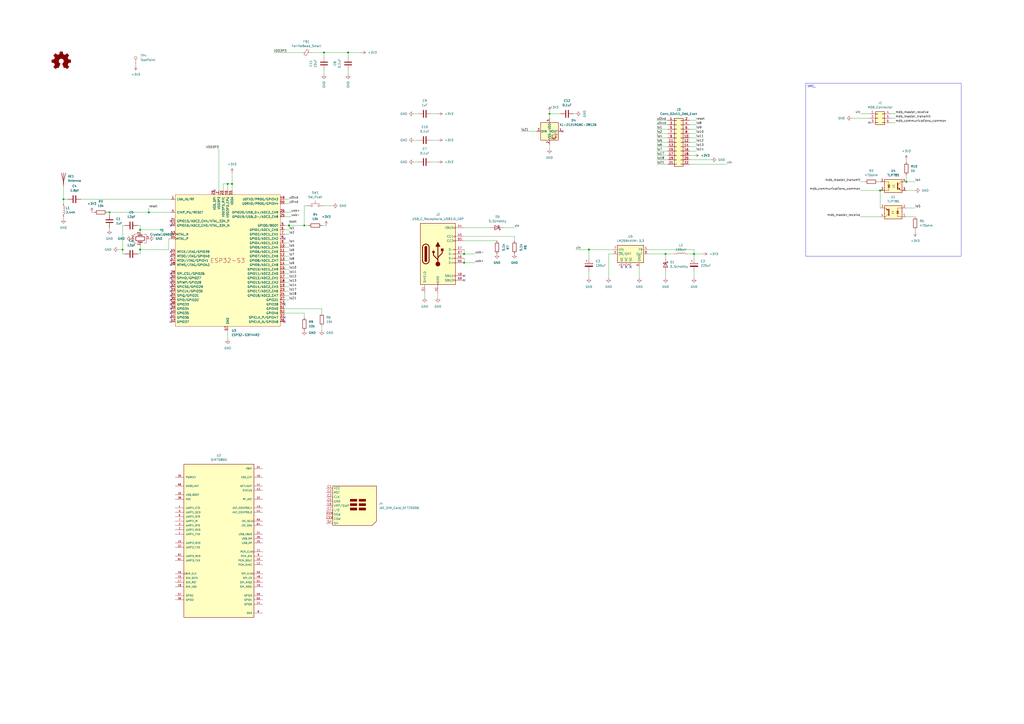
<source format=kicad_sch>
(kicad_sch (version 20250114) (generator "eeschema") (generator_version "9.0")
  (paper "A2")
  (text_box "VMC_" (at 467.36 48.26 0) (size 90.17 100.33) (margins 0.9525 0.9525 0.9525 0.9525) (effects (font (size 1.27 1.27)) (justify left top)))
  (junction (at 167.64 130.81))
  (junction (at 176.53 130.81))
  (junction (at 386.08 147.32))
  (junction (at 86.36 123.19))
  (junction (at 269.24 152.4))
  (junction (at 81.28 144.78))
  (junction (at 81.28 133.35))
  (junction (at 134.62 106.68))
  (junction (at 510.54 110.49))
  (junction (at 71.12 144.78))
  (junction (at 341.63 144.78))
  (junction (at 269.24 147.32))
  (junction (at 201.93 30.48))
  (junction (at 63.5 123.19))
  (junction (at 36.83 115.57))
  (junction (at 187.96 30.48))
  (junction (at 402.59 147.32))
  (junction (at 132.08 106.68))
  (junction (at 318.77 66.04))
  (junction (at 525.78 105.41))
  (no_connect (at 269.24 160.02))
  (no_connect (at 99.06 176.53))
  (no_connect (at 504.19 71.12))
  (no_connect (at 269.24 162.56))
  (no_connect (at 99.06 158.75))
  (no_connect (at 99.06 179.07))
  (no_connect (at 365.76 154.94))
  (no_connect (at 99.06 151.13))
  (no_connect (at 99.06 166.37))
  (no_connect (at 99.06 130.81))
  (no_connect (at 326.39 76.2))
  (no_connect (at 99.06 186.69))
  (no_connect (at 99.06 163.83))
  (no_connect (at 99.06 171.45))
  (no_connect (at 124.46 110.49))
  (no_connect (at 99.06 148.59))
  (no_connect (at 99.06 153.67))
  (no_connect (at 99.06 128.27))
  (no_connect (at 99.06 184.15))
  (no_connect (at 99.06 173.99))
  (no_connect (at 165.1 176.53))
  (no_connect (at 360.68 154.94))
  (no_connect (at 165.1 186.69))
  (no_connect (at 99.06 168.91))
  (no_connect (at 363.22 154.94))
  (no_connect (at 165.1 138.43))
  (no_connect (at 99.06 181.61))
  (no_connect (at 99.06 161.29))
  (no_connect (at 99.06 146.05))
  (no_connect (at 165.1 184.15))
  (wire (pts (xy 177.8 119.38) (xy 176.53 119.38)))
  (wire (pts (xy 499.11 110.49) (xy 510.54 110.49)))
  (wire (pts (xy 400.05 90.17) (xy 402.59 90.17)))
  (wire (pts (xy 318.77 64.77) (xy 318.77 66.04)))
  (wire (pts (xy 165.1 179.07) (xy 186.69 179.07)))
  (wire (pts (xy 499.11 105.41) (xy 501.65 105.41)))
  (wire (pts (xy 254 66.04) (xy 250.19 66.04)))
  (wire (pts (xy 254 172.72) (xy 254 170.18)))
  (wire (pts (xy 525.78 110.49) (xy 530.86 110.49)))
  (wire (pts (xy 516.89 71.12) (xy 519.43 71.12)))
  (wire (pts (xy 402.59 149.86) (xy 402.59 147.32)))
  (wire (pts (xy 353.06 147.32) (xy 355.6 147.32)))
  (wire (pts (xy 99.06 135.89) (xy 93.98 135.89)))
  (wire (pts (xy 71.12 147.32) (xy 72.39 147.32)))
  (wire (pts (xy 334.01 66.04) (xy 332.74 66.04)))
  (wire (pts (xy 325.12 66.04) (xy 318.77 66.04)))
  (wire (pts (xy 403.86 77.47) (xy 400.05 77.47)))
  (wire (pts (xy 381 95.25) (xy 387.35 95.25)))
  (wire (pts (xy 269.24 137.16) (xy 298.45 137.16)))
  (wire (pts (xy 402.59 161.29) (xy 402.59 157.48)))
  (wire (pts (xy 530.86 133.35) (xy 530.86 134.62)))
  (wire (pts (xy 36.83 115.57) (xy 39.37 115.57)))
  (wire (pts (xy 341.63 144.78) (xy 355.6 144.78)))
  (wire (pts (xy 165.1 146.05) (xy 167.64 146.05)))
  (wire (pts (xy 80.01 147.32) (xy 81.28 147.32)))
  (wire (pts (xy 403.86 85.09) (xy 400.05 85.09)))
  (wire (pts (xy 165.1 173.99) (xy 167.64 173.99)))
  (wire (pts (xy 318.77 86.36) (xy 318.77 83.82)))
  (wire (pts (xy 63.5 124.46) (xy 63.5 123.19)))
  (wire (pts (xy 302.26 76.2) (xy 311.15 76.2)))
  (wire (pts (xy 80.01 130.81) (xy 81.28 130.81)))
  (wire (pts (xy 201.93 30.48) (xy 201.93 33.02)))
  (wire (pts (xy 403.86 72.39) (xy 400.05 72.39)))
  (wire (pts (xy 158.75 30.48) (xy 175.26 30.48)))
  (wire (pts (xy 86.36 123.19) (xy 99.06 123.19)))
  (wire (pts (xy 165.1 123.19) (xy 168.91 123.19)))
  (wire (pts (xy 334.01 144.78) (xy 341.63 144.78)))
  (wire (pts (xy 97.79 144.78) (xy 97.79 138.43)))
  (wire (pts (xy 127 86.36) (xy 127 110.49)))
  (wire (pts (xy 62.23 123.19) (xy 63.5 123.19)))
  (wire (pts (xy 165.1 163.83) (xy 167.64 163.83)))
  (wire (pts (xy 165.1 135.89) (xy 167.64 135.89)))
  (wire (pts (xy 381 87.63) (xy 387.35 87.63)))
  (wire (pts (xy 165.1 130.81) (xy 167.64 130.81)))
  (wire (pts (xy 167.64 129.54) (xy 167.64 130.81)))
  (wire (pts (xy 71.12 144.78) (xy 71.12 147.32)))
  (wire (pts (xy 165.1 181.61) (xy 176.53 181.61)))
  (wire (pts (xy 402.59 147.32) (xy 398.78 147.32)))
  (wire (pts (xy 391.16 147.32) (xy 386.08 147.32)))
  (wire (pts (xy 81.28 147.32) (xy 81.28 144.78)))
  (wire (pts (xy 176.53 119.38) (xy 176.53 130.81)))
  (wire (pts (xy 187.96 43.18) (xy 187.96 40.64)))
  (wire (pts (xy 412.75 92.71) (xy 400.05 92.71)))
  (wire (pts (xy 201.93 30.48) (xy 187.96 30.48)))
  (wire (pts (xy 63.5 123.19) (xy 86.36 123.19)))
  (wire (pts (xy 318.77 66.04) (xy 318.77 68.58)))
  (wire (pts (xy 403.86 80.01) (xy 400.05 80.01)))
  (wire (pts (xy 36.83 115.57) (xy 36.83 118.11)))
  (wire (pts (xy 246.38 170.18) (xy 246.38 172.72)))
  (wire (pts (xy 403.86 87.63) (xy 400.05 87.63)))
  (wire (pts (xy 132.08 191.77) (xy 132.08 196.85)))
  (wire (pts (xy 381 80.01) (xy 387.35 80.01)))
  (wire (pts (xy 165.1 166.37) (xy 167.64 166.37)))
  (wire (pts (xy 132.08 110.49) (xy 132.08 106.68)))
  (wire (pts (xy 176.53 184.15) (xy 176.53 181.61)))
  (wire (pts (xy 240.03 81.28) (xy 242.57 81.28)))
  (wire (pts (xy 165.1 153.67) (xy 167.64 153.67)))
  (wire (pts (xy 254 81.28) (xy 250.19 81.28)))
  (wire (pts (xy 187.96 30.48) (xy 187.96 33.02)))
  (wire (pts (xy 93.98 135.89) (xy 93.98 133.35)))
  (wire (pts (xy 341.63 149.86) (xy 341.63 144.78)))
  (wire (pts (xy 341.63 161.29) (xy 341.63 157.48)))
  (wire (pts (xy 381 90.17) (xy 387.35 90.17)))
  (wire (pts (xy 36.83 125.73) (xy 36.83 127)))
  (wire (pts (xy 54.61 123.19) (xy 53.34 123.19)))
  (wire (pts (xy 36.83 107.95) (xy 36.83 115.57)))
  (wire (pts (xy 81.28 133.35) (xy 93.98 133.35)))
  (wire (pts (xy 525.78 105.41) (xy 530.86 105.41)))
  (wire (pts (xy 129.54 110.49) (xy 129.54 106.68)))
  (wire (pts (xy 165.1 140.97) (xy 167.64 140.97)))
  (wire (pts (xy 386.08 157.48) (xy 386.08 161.29)))
  (wire (pts (xy 381 85.09) (xy 387.35 85.09)))
  (wire (pts (xy 402.59 144.78) (xy 402.59 147.32)))
  (wire (pts (xy 386.08 149.86) (xy 386.08 147.32)))
  (wire (pts (xy 186.69 189.23) (xy 186.69 191.77)))
  (wire (pts (xy 381 72.39) (xy 387.35 72.39)))
  (wire (pts (xy 63.5 133.35) (xy 63.5 132.08)))
  (wire (pts (xy 254 93.98) (xy 250.19 93.98)))
  (wire (pts (xy 403.86 69.85) (xy 400.05 69.85)))
  (wire (pts (xy 240.03 93.98) (xy 242.57 93.98)))
  (wire (pts (xy 375.92 144.78) (xy 402.59 144.78)))
  (wire (pts (xy 186.69 130.81) (xy 189.23 130.81)))
  (wire (pts (xy 71.12 130.81) (xy 71.12 144.78)))
  (wire (pts (xy 353.06 161.29) (xy 353.06 147.32)))
  (wire (pts (xy 134.62 100.33) (xy 134.62 106.68)))
  (wire (pts (xy 381 77.47) (xy 387.35 77.47)))
  (wire (pts (xy 187.96 119.38) (xy 193.04 119.38)))
  (wire (pts (xy 134.62 106.68) (xy 134.62 110.49)))
  (wire (pts (xy 165.1 168.91) (xy 167.64 168.91)))
  (wire (pts (xy 167.64 158.75) (xy 165.1 158.75)))
  (wire (pts (xy 381 82.55) (xy 387.35 82.55)))
  (wire (pts (xy 370.84 161.29) (xy 370.84 154.94)))
  (wire (pts (xy 407.67 147.32) (xy 402.59 147.32)))
  (wire (pts (xy 269.24 139.7) (xy 288.29 139.7)))
  (wire (pts (xy 179.07 130.81) (xy 176.53 130.81)))
  (wire (pts (xy 403.86 82.55) (xy 400.05 82.55)))
  (wire (pts (xy 516.89 68.58) (xy 519.43 68.58)))
  (wire (pts (xy 209.55 30.48) (xy 201.93 30.48)))
  (wire (pts (xy 81.28 134.62) (xy 81.28 133.35)))
  (wire (pts (xy 421.64 95.25) (xy 400.05 95.25)))
  (wire (pts (xy 403.86 74.93) (xy 400.05 74.93)))
  (wire (pts (xy 81.28 144.78) (xy 81.28 142.24)))
  (wire (pts (xy 201.93 43.18) (xy 201.93 40.64)))
  (wire (pts (xy 167.64 130.81) (xy 176.53 130.81)))
  (wire (pts (xy 381 92.71) (xy 387.35 92.71)))
  (wire (pts (xy 269.24 149.86) (xy 269.24 152.4)))
  (wire (pts (xy 165.1 133.35) (xy 167.64 133.35)))
  (wire (pts (xy 499.11 66.04) (xy 504.19 66.04)))
  (wire (pts (xy 165.1 156.21) (xy 167.64 156.21)))
  (wire (pts (xy 381 74.93) (xy 387.35 74.93)))
  (wire (pts (xy 525.78 120.65) (xy 530.86 120.65)))
  (wire (pts (xy 269.24 147.32) (xy 275.59 147.32)))
  (wire (pts (xy 165.1 171.45) (xy 167.64 171.45)))
  (wire (pts (xy 494.03 68.58) (xy 504.19 68.58)))
  (wire (pts (xy 499.11 125.73) (xy 510.54 125.73)))
  (wire (pts (xy 187.96 30.48) (xy 180.34 30.48)))
  (wire (pts (xy 97.79 138.43) (xy 99.06 138.43)))
  (wire (pts (xy 292.1 132.08) (xy 298.45 132.08)))
  (wire (pts (xy 165.1 151.13) (xy 167.64 151.13)))
  (wire (pts (xy 509.27 105.41) (xy 510.54 105.41)))
  (wire (pts (xy 525.78 92.71) (xy 525.78 93.98)))
  (wire (pts (xy 71.12 130.81) (xy 72.39 130.81)))
  (wire (pts (xy 165.1 148.59) (xy 167.64 148.59)))
  (wire (pts (xy 165.1 115.57) (xy 167.64 115.57)))
  (wire (pts (xy 186.69 179.07) (xy 186.69 181.61)))
  (wire (pts (xy 81.28 144.78) (xy 97.79 144.78)))
  (wire (pts (xy 386.08 147.32) (xy 375.92 147.32)))
  (wire (pts (xy 525.78 101.6) (xy 525.78 105.41)))
  (wire (pts (xy 165.1 161.29) (xy 167.64 161.29)))
  (wire (pts (xy 81.28 130.81) (xy 81.28 133.35)))
  (wire (pts (xy 129.54 106.68) (xy 132.08 106.68)))
  (wire (pts (xy 165.1 143.51) (xy 167.64 143.51)))
  (wire (pts (xy 165.1 118.11) (xy 167.64 118.11)))
  (wire (pts (xy 516.89 66.04) (xy 519.43 66.04)))
  (wire (pts (xy 46.99 115.57) (xy 99.06 115.57)))
  (wire (pts (xy 78.74 38.1) (xy 78.74 36.83)))
  (wire (pts (xy 86.36 120.65) (xy 86.36 123.19)))
  (wire (pts (xy 269.24 144.78) (xy 269.24 147.32)))
  (wire (pts (xy 381 69.85) (xy 387.35 69.85)))
  (wire (pts (xy 510.54 110.49) (xy 510.54 120.65)))
  (wire (pts (xy 269.24 132.08) (xy 284.48 132.08)))
  (wire (pts (xy 240.03 66.04) (xy 242.57 66.04)))
  (wire (pts (xy 68.58 144.78) (xy 71.12 144.78)))
  (wire (pts (xy 269.24 152.4) (xy 275.59 152.4)))
  (wire (pts (xy 298.45 137.16) (xy 298.45 139.7)))
  (wire (pts (xy 525.78 125.73) (xy 530.86 125.73)))
  (wire (pts (xy 132.08 106.68) (xy 134.62 106.68)))
  (wire (pts (xy 165.1 125.73) (xy 168.91 125.73)))
  (label "u0txd" (at 167.64 115.57 0))
  (label "reset" (at 86.36 120.65 0))
  (label "io18" (at 381 92.71 0))
  (label "usb+" (at 168.91 123.19 0))
  (label "vin" (at 334.01 144.78 0))
  (label "vin" (at 298.45 132.08 0))
  (label "io1" (at 381 74.93 0))
  (label "io21" (at 302.26 76.2 0))
  (label "usb+" (at 275.59 152.4 0))
  (label "VDD3P3" (at 127 86.36 180))
  (label "reset" (at 403.86 69.85 0))
  (label "boot" (at 167.64 129.54 0))
  (label "io5" (at 381 82.55 0))
  (label "io7" (at 381 87.63 0))
  (label "io5" (at 530.86 120.65 0))
  (label "usb-" (at 168.91 125.73 0))
  (label "io9" (at 167.64 153.67 0))
  (label "io2" (at 167.64 135.89 0))
  (label "io14" (at 403.86 87.63 0))
  (label "usb-" (at 275.59 147.32 0))
  (label "io17" (at 381 90.17 0))
  (label "io1" (at 167.64 133.35 0))
  (label "io12" (at 167.64 161.29 0))
  (label "mdb_master_receive" (at 499.11 125.73 180))
  (label "io13" (at 167.64 163.83 0))
  (label "mdb_master_transmit" (at 499.11 105.41 180))
  (label "io14" (at 167.64 166.37 0))
  (label "io4" (at 381 80.01 0))
  (label "mdb_master_receive" (at 519.43 66.04 0))
  (label "mdb_communications_common" (at 519.43 71.12 0))
  (label "io12" (at 403.86 82.55 0))
  (label "io10" (at 167.64 156.21 0))
  (label "io6" (at 167.64 146.05 0))
  (label "u0rxd" (at 167.64 118.11 0))
  (label "io8" (at 167.64 151.13 0))
  (label "io6" (at 381 85.09 0))
  (label "io2" (at 381 77.47 0))
  (label "io4" (at 167.64 140.97 0))
  (label "io11" (at 167.64 158.75 0))
  (label "VDD3P3" (at 158.75 30.48 0))
  (label "io11" (at 403.86 80.01 0))
  (label "io21" (at 167.64 173.99 0))
  (label "io4" (at 530.86 105.41 0))
  (label "io18" (at 167.64 171.45 0))
  (label "io7" (at 167.64 148.59 0))
  (label "io10" (at 403.86 77.47 0))
  (label "io5" (at 167.64 143.51 0))
  (label "mdb_master_transmit" (at 519.43 68.58 0))
  (label "io17" (at 167.64 168.91 0))
  (label "u0txd" (at 381 69.85 0))
  (label "io21" (at 381 95.25 0))
  (label "io9" (at 403.86 74.93 0))
  (label "u0rxd" (at 381 72.39 0))
  (label "io13" (at 403.86 85.09 0))
  (label "vin" (at 499.11 66.04 180))
  (label "vin" (at 421.64 95.25 0))
  (label "mdb_communications_common" (at 499.11 110.49 180))
  (label "io8" (at 403.86 72.39 0))
  (symbol (lib_id "power:GND") (at 132.08 196.85 0) (unit 1)
    (property "Reference" "#PWR026" (effects (hide yes)))
    (property "Value" "GND" (at 132.08 201.93 0))
  )
  (symbol (lib_id "power:+3V3") (at 525.78 92.71 0) (unit 1)
    (property "Reference" "#PWR012" (effects (hide yes)))
    (property "Value" "+3V3" (at 525.78 87.63 0))
  )
  (symbol (lib_id "power:+3V3") (at 402.59 90.17 270) (unit 1)
    (property "Reference" "#PWR030" (effects (hide yes)))
    (property "Value" "+3V3" (at 406.4 90.17 90) (effects (justify left)))
  )
  (symbol (lib_id "power:+3V3") (at 530.86 134.62 180) (unit 1)
    (property "Reference" "#PWR019" (effects (hide yes)))
    (property "Value" "+3V3" (at 530.86 139.7 0))
  )
  (symbol (lib_id "power:GND") (at 412.75 92.71 90) (unit 1)
    (property "Reference" "#PWR033" (effects (hide yes)))
    (property "Value" "GND" (at 416.56 92.71 90) (effects (justify right)))
  )
  (symbol (lib_id "Device:C") (at 201.93 36.83 180) (unit 1)
    (property "Reference" "C8" (at 194.31 36.83 90))
    (property "Value" "0.1uF" (at 196.85 36.83 90))
    (property "Footprint" "Capacitor_SMD:C_0603_1608Metric" (effects (hide yes)))
    (property "LCSC#" "C5137636" (effects (hide yes)))
  )
  (symbol (lib_id "power:+3V3") (at 318.77 64.77 0) (unit 1)
    (property "Reference" "#PWR035" (effects (hide yes)))
    (property "Value" "+3V3" (at 318.77 62.23 0) (effects (justify left)))
  )
  (symbol (lib_id "power:GND") (at 334.01 66.04 90) (unit 1)
    (property "Reference" "#PWR029" (effects (hide yes)))
    (property "Value" "GND" (at 339.09 66.04 0))
  )
  (symbol (lib_id "Isolator:TLP785") (at 518.16 107.95 0) (unit 1)
    (property "Reference" "U4" (at 518.16 99.06 0))
    (property "Value" "TLP785" (at 518.16 101.6 0))
    (property "Footprint" "Package_SO:SOP-4_3.8x4.1mm_P2.54mm" (effects (hide yes)))
    (property "Datasheet" "https://toshiba.semicon-storage.com/info/docget.jsp?did=10569&prodName=TLP785" (effects (hide yes)))
    (property "Description" "DC Optocoupler, Vce 80V, CTR 50-200%, DIP4" (effects (hide yes)))
    (property "LCSC#" "C128776" (effects (hide yes)))
  )
  (symbol (lib_id "Connector:JAE_SIM_Card_SF72S006") (at 189.23 293.37 0) (unit 1)
    (property "Reference" "J4" (at 219.71 292.0999 0) (effects (justify left)))
    (property "Value" "JAE_SIM_Card_SF72S006" (at 219.71 294.6399 0) (effects (justify left)))
    (property "Footprint" "Connector_JAE:JAE_SIM_Card_SF72S006" (effects (hide yes)))
    (property "Datasheet" "https://www.jae.com/direct/topics/topics_file_download/topics_id=68892&ext_no=06&index=0&_lang=en&v=202003111511468456809" (effects (hide yes)))
    (property "Description" "Nano-SIM Card (4FF) connector with Detect Switch" (effects (hide yes)))
    (property "LCSC#" "C2977286" (effects (hide yes)))
  )
  (symbol (lib_id "Graphic:Logo_Open_Hardware_Small") (at 35.56 35.56 0) (unit 1) (exclude_from_sim yes) (in_bom no) (on_board no)
    (property "Reference" "#SYM2" (effects (hide yes)))
    (property "Value" "Logo_Open_Hardware_Small" (effects (hide yes)))
    (property "Footprint" "Symbol:OSHW-Logo2_14.6x12mm_SilkScreen" (effects (hide yes)))
    (property "Description" "Open Hardware logo, small" (effects (hide yes)))
  )
  (symbol (lib_id "Device:R") (at 530.86 129.54 180) (unit 1)
    (property "Reference" "R5" (at 533.4 128.2699 0) (effects (justify right)))
    (property "Value" "470ohm" (at 533.4 130.8099 0) (effects (justify right)))
    (property "Footprint" "Resistor_SMD:R_0603_1608Metric" (effects (hide yes)))
    (property "Description" "Resistor" (effects (hide yes)))
    (property "LCSC#" "C114669" (effects (hide yes)))
  )
  (symbol (lib_id "power:+3V3") (at 254 81.28 270) (unit 1)
    (property "Reference" "#PWR039" (effects (hide yes)))
    (property "Value" "+3V3" (at 257.81 81.2799 90) (effects (justify left)))
  )
  (symbol (lib_id "power:GND") (at 86.36 138.43 90) (unit 1)
    (property "Reference" "#PWR05" (effects (hide yes)))
    (property "Value" "GND" (at 90.17 138.4299 90) (effects (justify right)))
  )
  (symbol (lib_id "power:GND") (at 370.84 161.29 0) (unit 1)
    (property "Reference" "#PWR08" (effects (hide yes)))
    (property "Value" "GND" (at 370.84 166.37 0))
  )
  (symbol (lib_id "Switch:SW_Push") (at 182.88 119.38 0) (unit 1)
    (property "Reference" "SW1" (at 182.88 111.76 0))
    (property "Value" "SW_Push" (at 182.88 114.3 0))
    (property "Footprint" "Button_Switch_SMD:SW_Tactile_SPST_NO_Straight_CK_PTS636Sx25SMTRLFS" (effects (hide yes)))
    (property "LCSC#" "C42435421" (effects (hide yes)))
  )
  (symbol (lib_id "power:+3V3") (at 189.23 130.81 0) (unit 1)
    (property "Reference" "#PWR017" (effects (hide yes)))
    (property "Value" "+3V3" (at 189.23 125.73 0))
  )
  (symbol (lib_id "LED:WS2812B-2020") (at 318.77 76.2 0) (unit 1)
    (property "Reference" "D4" (at 332.74 69.7798 0))
    (property "Value" "XL-2121RGBC-2812B" (at 335.28 72.39 0))
    (property "Footprint" "LED_SMD:LED_WS2812B-2020_PLCC4_2.0x2.0mm" (effects (hide yes)))
    (property "Datasheet" "https://cdn-shop.adafruit.com/product-files/4684/4684_WS2812B-2020_V1.3_EN.pdf" (effects (hide yes)))
    (property "Description" "RGB LED with integrated controller, 2.0 x 2.0 mm, 12 mA" (effects (hide yes)))
    (property "LCSC#" "C5349957" (effects (hide yes)))
  )
  (symbol (lib_id "power:GND") (at 63.5 133.35 0) (unit 1)
    (property "Reference" "#PWR06" (effects (hide yes)))
    (property "Value" "GND" (at 63.5 138.43 0))
  )
  (symbol (lib_id "power:+3V3") (at 53.34 123.19 0) (unit 1)
    (property "Reference" "#PWR014" (effects (hide yes)))
    (property "Value" "+3V3" (at 53.34 118.11 0))
  )
  (symbol (lib_id "power:GND") (at 530.86 110.49 90) (unit 1)
    (property "Reference" "#PWR016" (effects (hide yes)))
    (property "Value" "GND" (at 534.67 110.4899 90) (effects (justify right)))
  )
  (symbol (lib_id "Connector:USB_C_Receptacle_USB2.0_16P") (at 254 147.32 0) (unit 1)
    (property "Reference" "J2" (at 254 124.46 0))
    (property "Value" "USB_C_Receptacle_USB2.0_16P" (at 254 127 0))
    (property "Footprint" "Connector_USB:USB_C_Receptacle_G-Switch_GT-USB-7010ASV" (effects (hide yes)))
    (property "Datasheet" "https://www.usb.org/sites/default/files/documents/usb_type-c.zip" (effects (hide yes)))
    (property "Description" "USB 2.0-only 16P Type-C Receptacle connector" (effects (hide yes)))
    (property "LCSC#" "C2988369" (effects (hide yes)))
  )
  (symbol (lib_id "Connector_Generic:Conn_02x11_Odd_Even") (at 392.43 82.55 0) (unit 1)
    (property "Reference" "J3" (at 393.7 63.5 0))
    (property "Value" "Conn_02x11_Odd_Even" (at 393.7 66.04 0))
    (property "Footprint" "Connector_PinHeader_2.54mm:PinHeader_2x11_P2.54mm_Vertical" (effects (hide yes)))
    (property "Description" "Generic connector, double row, 02x11, odd/even pin numbering scheme (row 1 odd numbers, row 2 even numbers), script generated (kicad-library-utils/schlib/autogen/connector/)" (effects (hide yes)))
    (property "LCSC#" "C41375952" (effects (hide yes)))
  )
  (symbol (lib_id "SIM7080g:SIM7080G") (at 127 312.42 0) (unit 1)
    (property "Reference" "U2" (at 127 264.16 0))
    (property "Value" "SIM7080G" (at 127 266.7 0))
    (property "Footprint" "SIM7080G:XCVR_SIM7080G" (effects (hide yes)))
    (property "MF" "SIMCom" (effects (hide yes)))
    (property "MAXIMUM_PACKAGE_HEIGHT" "2.6 mm" (effects (hide yes)))
    (property "Package" "Package" (effects (hide yes)))
    (property "Price" "None" (effects (hide yes)))
    (property "Check_prices" "https://www.snapeda.com/parts/SIM7080G/SIMCom/view-part/?ref=eda" (effects (hide yes)))
    (property "STANDARD" "Manufacturer Recommendation" (effects (hide yes)))
    (property "PARTREV" "1.04" (effects (hide yes)))
    (property "SnapEDA_Link" "https://www.snapeda.com/parts/SIM7080G/SIMCom/view-part/?ref=snap" (effects (hide yes)))
    (property "MP" "SIM7080G" (effects (hide yes)))
    (property "Description_1" "Cellular, Navigation Galileo, GLONASS, GPS, GNSS, LTE Transceiver Module 1.559GHz ~ 1.576GHz, 1.575GHz ~ 1.576GHz, 1.574GHz ~ 1.606GHz, 1.598GHz ~ 1.563GHz Antenna Not Included Surface Mount" (effects (hide yes)))
    (property "Availability" "In Stock" (effects (hide yes)))
    (property "MANUFACTURER" "SIMCOM" (effects (hide yes)))
  )
  (symbol (lib_id "power:+3V3") (at 134.62 100.33 0) (unit 1)
    (property "Reference" "#PWR011" (effects (hide yes)))
    (property "Value" "+3V3" (at 134.62 95.25 0))
  )
  (symbol (lib_id "power:+3V3") (at 254 93.98 270) (unit 1)
    (property "Reference" "#PWR020" (effects (hide yes)))
    (property "Value" "+3V3" (at 257.81 93.9799 90) (effects (justify left)))
  )
  (symbol (lib_id "Device:R") (at 298.45 143.51 0) (unit 1)
    (property "Reference" "R8" (at 304.8 143.51 90))
    (property "Value" "5.1k" (at 302.26 143.51 90))
    (property "Footprint" "Resistor_SMD:R_0603_1608Metric" (effects (hide yes)))
    (property "LCSC#" "C394543" (effects (hide yes)))
  )
  (symbol (lib_id "power:GND") (at 36.83 127 0) (unit 1)
    (property "Reference" "#PWR015" (effects (hide yes)))
    (property "Value" "GND" (at 36.83 132.08 0))
  )
  (symbol (lib_id "Device:R") (at 182.88 130.81 90) (unit 1)
    (property "Reference" "R4" (at 182.88 124.46 90))
    (property "Value" "10k" (at 182.88 127 90))
    (property "Footprint" "Resistor_SMD:R_0603_1608Metric" (effects (hide yes)))
    (property "LCSC#" "C98220" (effects (hide yes)))
  )
  (symbol (lib_id "power:GND") (at 186.69 191.77 0) (unit 1)
    (property "Reference" "#PWR025" (effects (hide yes)))
    (property "Value" "GND" (at 189.23 193.04 0) (effects (justify left)))
  )
  (symbol (lib_id "Regulator_Switching:LM2594HVM-3.3") (at 365.76 147.32 0) (unit 1)
    (property "Reference" "U5" (at 365.76 137.16 0))
    (property "Value" "LM2594HVM-3.3" (at 365.76 139.7 0))
    (property "Footprint" "Package_SO:SOIC-8_3.9x4.9mm_P1.27mm" (effects (hide yes)))
    (property "Datasheet" "http://www.ti.com/lit/ds/symlink/lm2594.pdf" (effects (hide yes)))
    (property "Description" "3.3V, 0.5A SIMPLE SWITCHER® Step-Down Voltage Regulator, Maximum VIN 60V, SOIC-8" (effects (hide yes)))
    (property "LCSC#" "C18057294" (effects (hide yes)))
  )
  (symbol (lib_id "Device:R") (at 288.29 143.51 0) (unit 1)
    (property "Reference" "R7" (at 294.64 143.51 90))
    (property "Value" "5.1k" (at 292.1 143.51 90))
    (property "Footprint" "Resistor_SMD:R_0603_1608Metric" (effects (hide yes)))
    (property "LCSC#" "C394543" (effects (hide yes)))
  )
  (symbol (lib_id "Device:C") (at 63.5 128.27 0) (unit 1)
    (property "Reference" "C1" (at 67.31 126.9999 0) (effects (justify left)))
    (property "Value" "1uF" (at 67.31 129.5399 0) (effects (justify left)))
    (property "Footprint" "Capacitor_SMD:C_0603_1608Metric" (effects (hide yes)))
    (property "LCSC#" "C6119849" (effects (hide yes)))
  )
  (symbol (lib_id "power:GND") (at 288.29 147.32 0) (unit 1)
    (property "Reference" "#PWR022" (effects (hide yes)))
    (property "Value" "GND" (at 288.29 152.4 0))
  )
  (symbol (lib_id "Device:C") (at 187.96 36.83 180) (unit 1)
    (property "Reference" "C11" (at 180.34 36.83 90))
    (property "Value" "10uF" (at 182.88 36.83 90))
    (property "Footprint" "Capacitor_SMD:C_0603_1608Metric" (effects (hide yes)))
    (property "LCSC#" "C6119864" (effects (hide yes)))
  )
  (symbol (lib_id "Device:C") (at 76.2 147.32 90) (unit 1)
    (property "Reference" "C6" (at 76.2 139.7 90))
    (property "Value" "12pF" (at 76.2 142.24 90))
    (property "Footprint" "Capacitor_SMD:C_0603_1608Metric" (effects (hide yes)))
    (property "LCSC#" "C363546" (effects (hide yes)))
  )
  (symbol (lib_id "Device:R") (at 525.78 97.79 0) (unit 1)
    (property "Reference" "R10" (at 528.32 96.5199 0) (effects (justify left)))
    (property "Value" "1k" (at 528.32 99.0599 0) (effects (justify left)))
    (property "Footprint" "Resistor_SMD:R_0603_1608Metric" (effects (hide yes)))
    (property "LCSC#" "C2907113" (effects (hide yes)))
  )
  (symbol (lib_id "Connector:TestPoint") (at 78.74 36.83 0) (unit 1)
    (property "Reference" "TP4" (at 81.28 32.2579 0) (effects (justify left)))
    (property "Value" "TestPoint" (at 81.28 34.7979 0) (effects (justify left)))
    (property "Footprint" "TestPoint:TestPoint_Pad_D1.0mm" (effects (hide yes)))
    (property "Description" "test point" (effects (hide yes)))
  )
  (symbol (lib_id "power:GND") (at 298.45 147.32 0) (unit 1)
    (property "Reference" "#PWR023" (effects (hide yes)))
    (property "Value" "GND" (at 298.45 152.4 0))
  )
  (symbol (lib_id "power:+3V3") (at 209.55 30.48 270) (unit 1)
    (property "Reference" "#PWR07" (effects (hide yes)))
    (property "Value" "+3V3" (at 213.36 30.4799 90) (effects (justify left)))
  )
  (symbol (lib_id "Device:C_Polarized") (at 402.59 153.67 0) (unit 1)
    (property "Reference" "C2" (at 406.4 151.5109 0) (effects (justify left)))
    (property "Value" "220uF" (at 406.4 154.0509 0) (effects (justify left)))
    (property "Footprint" "Capacitor_Tantalum_SMD:CP_EIA-3528-21_Kemet-B" (effects (hide yes)))
    (property "Description" "Polarized capacitor" (effects (hide yes)))
    (property "LCSC#" "C30242" (effects (hide yes)))
  )
  (symbol (lib_id "power:+3V3") (at 254 66.04 270) (unit 1)
    (property "Reference" "#PWR037" (effects (hide yes)))
    (property "Value" "+3V3" (at 257.81 66.0399 90) (effects (justify left)))
  )
  (symbol (lib_id "power:+3V3") (at 407.67 147.32 270) (unit 1)
    (property "Reference" "#PWR041" (effects (hide yes)))
    (property "Value" "+3V3" (at 411.48 147.3199 90) (effects (justify left)))
  )
  (symbol (lib_id "Isolator:TLP785") (at 518.16 123.19 180) (unit 1)
    (property "Reference" "U1" (at 518.16 114.3 0))
    (property "Value" "TLP785" (at 518.16 116.84 0))
    (property "Footprint" "Package_SO:SOP-4_3.8x4.1mm_P2.54mm" (effects (hide yes)))
    (property "Datasheet" "https://toshiba.semicon-storage.com/info/docget.jsp?did=10569&prodName=TLP785" (effects (hide yes)))
    (property "Description" "DC Optocoupler, Vce 80V, CTR 50-200%, DIP4" (effects (hide yes)))
    (property "LCSC#" "C128776" (effects (hide yes)))
  )
  (symbol (lib_id "power:GND") (at 494.03 68.58 270) (unit 1)
    (property "Reference" "#PWR04" (effects (hide yes)))
    (property "Value" "GND" (at 490.22 68.5799 90) (effects (justify right)))
  )
  (symbol (lib_id "Device:R") (at 176.53 187.96 0) (unit 1)
    (property "Reference" "R9" (at 179.07 186.69 0) (effects (justify left)))
    (property "Value" "10k" (at 179.07 189.23 0) (effects (justify left)))
    (property "Footprint" "Resistor_SMD:R_0603_1608Metric" (effects (hide yes)))
    (property "LCSC#" "C98220" (effects (hide yes)))
  )
  (symbol (lib_id "power:GND") (at 240.03 66.04 270) (unit 1)
    (property "Reference" "#PWR036" (effects (hide yes)))
    (property "Value" "GND" (at 236.22 66.0399 90) (effects (justify right)))
  )
  (symbol (lib_id "Device:C") (at 246.38 93.98 90) (unit 1)
    (property "Reference" "C7" (at 246.38 86.36 90))
    (property "Value" "0.1uF" (at 246.38 88.9 90))
    (property "Footprint" "Capacitor_SMD:C_0603_1608Metric" (effects (hide yes)))
    (property "LCSC#" "C5137636" (effects (hide yes)))
  )
  (symbol (lib_id "Connector_Generic:Conn_02x03_Top_Bottom") (at 509.27 68.58 0) (unit 1)
    (property "Reference" "J1" (at 510.54 59.69 0))
    (property "Value" "MDB_Connector" (at 510.54 62.23 0))
    (property "Footprint" "Connector_Molex:Molex_Mini-Fit_Jr_5566-06A_2x03_P4.20mm_Vertical" (effects (hide yes)))
    (property "Description" "Generic connector, double row, 02x03, top/bottom pin numbering scheme (row 1: 1...pins_per_row, row2: pins_per_row+1 ... num_pins), script generated (kicad-library-utils/schlib/autogen/connector/)" (effects (hide yes)))
    (property "LCSC#" "C22365701" (effects (hide yes)))
  )
  (symbol (lib_id "power:GND") (at 240.03 93.98 270) (unit 1)
    (property "Reference" "#PWR010" (effects (hide yes)))
    (property "Value" "GND" (at 236.22 93.9799 90) (effects (justify right)))
  )
  (symbol (lib_id "Device:D_Schottky") (at 386.08 153.67 270) (unit 1)
    (property "Reference" "D1" (at 388.62 152.0824 90) (effects (justify left)))
    (property "Value" "D_Schottky" (at 388.62 154.6224 90) (effects (justify left)))
    (property "Footprint" "Diode_SMD:D_SOD-123" (effects (hide yes)))
    (property "Description" "Schottky diode" (effects (hide yes)))
    (property "LCSC#" "C18195164" (effects (hide yes)))
  )
  (symbol (lib_id "Device:FerriteBead_Small") (at 177.8 30.48 90) (unit 1)
    (property "Reference" "FB1" (at 177.7619 24.13 90))
    (property "Value" "FerriteBead_Small" (at 177.7619 26.67 90))
    (property "Footprint" "Inductor_SMD:L_0603_1608Metric" (effects (hide yes)))
    (property "Description" "Ferrite bead, small symbol" (effects (hide yes)))
    (property "LCSC#" "C304319" (effects (hide yes)))
  )
  (symbol (lib_id "power:GND") (at 187.96 43.18 0) (unit 1)
    (property "Reference" "#PWR021" (effects (hide yes)))
    (property "Value" "GND" (at 187.9599 46.99 90) (effects (justify right)))
  )
  (symbol (lib_id "Device:C") (at 246.38 66.04 90) (unit 1)
    (property "Reference" "C9" (at 246.38 58.42 90))
    (property "Value" "1uF" (at 246.38 60.96 90))
    (property "Footprint" "Capacitor_SMD:C_0603_1608Metric" (effects (hide yes)))
    (property "LCSC#" "C6119849" (effects (hide yes)))
  )
  (symbol (lib_id "Device:Crystal_GND24") (at 81.28 138.43 90) (unit 1)
    (property "Reference" "Y1" (at 93.98 133.4768 90))
    (property "Value" "Crystal_GND24" (at 93.98 136.0168 90))
    (property "Footprint" "Crystal:Crystal_SMD_3225-4Pin_3.2x2.5mm" (effects (hide yes)))
    (property "Description" "Four pin crystal, GND on pins 2 and 4" (effects (hide yes)))
    (property "LCSC#" "C7294599" (effects (hide yes)))
  )
  (symbol (lib_id "Device:Antenna") (at 36.83 102.87 0) (unit 1) (in_bom no)
    (property "Reference" "AE1" (at 39.37 102.235 0) (effects (justify left)))
    (property "Value" "Antenna" (at 39.37 104.775 0) (effects (justify left)))
    (property "Footprint" "RF_Antenna:Texas_SWRA117D_2.4GHz_Left" (effects (hide yes)))
  )
  (symbol (lib_id "Device:R") (at 186.69 185.42 0) (unit 1)
    (property "Reference" "R6" (at 189.23 184.15 0) (effects (justify left)))
    (property "Value" "10k" (at 189.23 186.69 0) (effects (justify left)))
    (property "Footprint" "Resistor_SMD:R_0603_1608Metric" (effects (hide yes)))
    (property "LCSC#" "C98220" (effects (hide yes)))
  )
  (symbol (lib_id "Device:C") (at 246.38 81.28 90) (unit 1)
    (property "Reference" "C10" (at 246.38 73.66 90))
    (property "Value" "0.1uF" (at 246.38 76.2 90))
    (property "Footprint" "Capacitor_SMD:C_0603_1608Metric" (effects (hide yes)))
    (property "LCSC#" "C5137636" (effects (hide yes)))
  )
  (symbol (lib_id "PCM_Espressif:ESP32-S3") (at 132.08 151.13 0) (unit 1)
    (property "Reference" "U3" (at 134.2741 191.77 0) (effects (justify left)))
    (property "Value" "ESP32-S3FH4R2" (at 134.2741 194.31 0) (effects (justify left)))
    (property "Footprint" "Package_DFN_QFN:QFN-56-1EP_7x7mm_P0.4mm_EP4x4mm" (effects (hide yes)))
    (property "Datasheet" "https://www.espressif.com/sites/default/files/documentation/esp32-s3_datasheet_en.pdf" (effects (hide yes)))
    (property "LCSC#" "C3013940" (effects (hide yes)))
  )
  (symbol (lib_id "power:GND") (at 193.04 119.38 90) (unit 1)
    (property "Reference" "#PWR013" (effects (hide yes)))
    (property "Value" "GND" (at 196.85 119.3799 90) (effects (justify right)))
  )
  (symbol (lib_id "power:+3V3") (at 78.74 38.1 180) (unit 1)
    (property "Reference" "#PWR032" (effects (hide yes)))
    (property "Value" "+3V3" (at 78.74 43.18 0))
  )
  (symbol (lib_id "Device:L") (at 394.97 147.32 90) (unit 1)
    (property "Reference" "L2" (at 394.97 142.24 90))
    (property "Value" "100uH" (at 394.97 144.78 90))
    (property "Footprint" "Inductor_SMD:L_7.3x7.3_H3.5" (effects (hide yes)))
    (property "Description" "Inductor" (effects (hide yes)))
    (property "LCSC#" "C182195" (effects (hide yes)))
  )
  (symbol (lib_id "power:GND") (at 246.38 172.72 0) (unit 1)
    (property "Reference" "#PWR027" (effects (hide yes)))
    (property "Value" "GND" (at 246.38 177.8 0))
  )
  (symbol (lib_id "power:GND") (at 353.06 161.29 0) (unit 1)
    (property "Reference" "#PWR03" (effects (hide yes)))
    (property "Value" "GND" (at 353.06 166.37 0))
  )
  (symbol (lib_id "power:GND") (at 386.08 161.29 0) (unit 1)
    (property "Reference" "#PWR09" (effects (hide yes)))
    (property "Value" "GND" (at 386.08 166.37 0))
  )
  (symbol (lib_id "power:GND") (at 201.93 43.18 0) (unit 1)
    (property "Reference" "#PWR034" (effects (hide yes)))
    (property "Value" "GND" (at 201.9299 46.99 90) (effects (justify right)))
  )
  (symbol (lib_id "power:GND") (at 240.03 81.28 270) (unit 1)
    (property "Reference" "#PWR038" (effects (hide yes)))
    (property "Value" "GND" (at 236.22 81.2799 90) (effects (justify right)))
  )
  (symbol (lib_id "power:GND") (at 254 172.72 0) (unit 1)
    (property "Reference" "#PWR028" (effects (hide yes)))
    (property "Value" "GND" (at 254 177.8 0))
  )
  (symbol (lib_id "power:GND") (at 341.63 161.29 0) (unit 1)
    (property "Reference" "#PWR02" (effects (hide yes)))
    (property "Value" "GND" (at 341.63 166.37 0))
  )
  (symbol (lib_id "Device:R") (at 505.46 105.41 90) (unit 1)
    (property "Reference" "R2" (at 505.46 99.06 90))
    (property "Value" "470ohm" (at 505.46 101.6 90))
    (property "Footprint" "Resistor_SMD:R_0603_1608Metric" (effects (hide yes)))
    (property "Description" "Resistor" (effects (hide yes)))
    (property "LCSC#" "C114669" (effects (hide yes)))
  )
  (symbol (lib_id "Device:C") (at 328.93 66.04 270) (unit 1)
    (property "Reference" "C12" (at 328.93 58.42 90))
    (property "Value" "0.1uF" (at 328.93 60.96 90))
    (property "Footprint" "Capacitor_SMD:C_0603_1608Metric" (effects (hide yes)))
    (property "LCSC#" "C5137636" (effects (hide yes)))
  )
  (symbol (lib_id "power:GND") (at 318.77 86.36 0) (unit 1)
    (property "Reference" "#PWR042" (effects (hide yes)))
    (property "Value" "GND" (at 318.77 91.44 0))
  )
  (symbol (lib_id "Device:C") (at 43.18 115.57 90) (unit 1)
    (property "Reference" "C4" (at 43.18 107.95 90))
    (property "Value" "1.8pf" (at 43.18 110.49 90))
    (property "Footprint" "Capacitor_SMD:C_0603_1608Metric" (effects (hide yes)))
    (property "LCSC#" "C376773" (effects (hide yes)))
  )
  (symbol (lib_id "Device:L") (at 36.83 121.92 0) (unit 1)
    (property "Reference" "L1" (at 38.1 120.65 0) (effects (justify left)))
    (property "Value" "2.4nh" (at 38.1 123.19 0) (effects (justify left)))
    (property "Footprint" "Inductor_SMD:L_0603_1608Metric" (effects (hide yes)))
    (property "LCSC#" "C2042508" (effects (hide yes)))
  )
  (symbol (lib_id "Device:C_Polarized") (at 341.63 153.67 0) (unit 1)
    (property "Reference" "C3" (at 345.44 151.5109 0) (effects (justify left)))
    (property "Value" "100uF" (at 345.44 154.0509 0) (effects (justify left)))
    (property "Footprint" "Capacitor_SMD:CP_Elec_6.3x5.8" (effects (hide yes)))
    (property "Description" "Polarized capacitor" (effects (hide yes)))
    (property "LCSC#" "C128464" (effects (hide yes)))
  )
  (symbol (lib_id "power:GND") (at 76.2 138.43 270) (unit 1)
    (property "Reference" "#PWR01" (effects (hide yes)))
    (property "Value" "GND" (at 72.39 138.43 90) (effects (justify right)))
  )
  (symbol (lib_id "Device:D_Schottky") (at 288.29 132.08 180) (unit 1)
    (property "Reference" "D5" (at 288.6075 125.73 0))
    (property "Value" "D_Schottky" (at 288.6075 128.27 0))
    (property "Footprint" "Diode_SMD:D_SOD-123" (effects (hide yes)))
    (property "Description" "Schottky diode" (effects (hide yes)))
    (property "LCSC#" "C18195164" (effects (hide yes)))
  )
  (symbol (lib_id "power:GND") (at 68.58 144.78 270) (unit 1)
    (property "Reference" "#PWR018" (effects (hide yes)))
    (property "Value" "GND" (at 64.77 144.78 90) (effects (justify right)))
  )
  (symbol (lib_id "Device:C") (at 76.2 130.81 90) (unit 1)
    (property "Reference" "C5" (at 76.2 123.19 90))
    (property "Value" "12pF" (at 76.2 125.73 90))
    (property "Footprint" "Capacitor_SMD:C_0603_1608Metric" (effects (hide yes)))
    (property "LCSC#" "C363546" (effects (hide yes)))
  )
  (symbol (lib_id "Device:R") (at 58.42 123.19 90) (unit 1)
    (property "Reference" "R3" (at 58.42 116.84 90))
    (property "Value" "10k" (at 58.42 119.38 90))
    (property "Footprint" "Resistor_SMD:R_0603_1608Metric" (effects (hide yes)))
    (property "LCSC#" "C98220" (effects (hide yes)))
  )
  (symbol (lib_id "power:GND") (at 176.53 191.77 0) (unit 1)
    (property "Reference" "#PWR024" (effects (hide yes)))
    (property "Value" "GND" (at 179.07 193.04 0) (effects (justify left)))
  )
  (symbol (lib_id "power:GND") (at 402.59 161.29 0) (unit 1)
    (property "Reference" "#PWR040" (effects (hide yes)))
    (property "Value" "GND" (at 402.59 166.37 0))
  )
)
</source>
